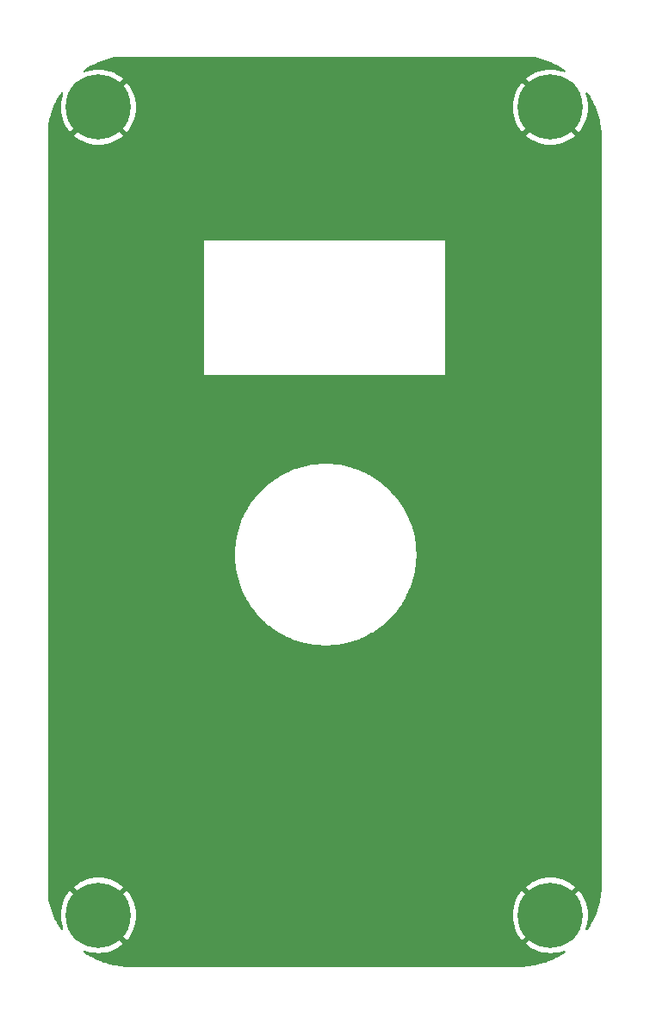
<source format=gtl>
G04 #@! TF.GenerationSoftware,KiCad,Pcbnew,7.0.5-unknown-202306101748~6fbdf8f0e2~ubuntu22.04.1*
G04 #@! TF.CreationDate,2023-07-16T12:35:09+01:00*
G04 #@! TF.ProjectId,front_panel,66726f6e-745f-4706-916e-656c2e6b6963,rev?*
G04 #@! TF.SameCoordinates,Original*
G04 #@! TF.FileFunction,Copper,L1,Top*
G04 #@! TF.FilePolarity,Positive*
%FSLAX46Y46*%
G04 Gerber Fmt 4.6, Leading zero omitted, Abs format (unit mm)*
G04 Created by KiCad (PCBNEW 7.0.5-unknown-202306101748~6fbdf8f0e2~ubuntu22.04.1) date 2023-07-16 12:35:09*
%MOMM*%
%LPD*%
G01*
G04 APERTURE LIST*
G04 #@! TA.AperFunction,ComponentPad*
%ADD10C,6.400000*%
G04 #@! TD*
G04 APERTURE END LIST*
D10*
X129417834Y-133227834D03*
X129417834Y-53852834D03*
X173867834Y-133227834D03*
X173867834Y-53852834D03*
G04 #@! TA.AperFunction,Conductor*
G36*
X172089740Y-48896802D02*
G01*
X172328806Y-48938022D01*
X172332322Y-48938736D01*
X172374078Y-48948472D01*
X172613601Y-49004321D01*
X172865676Y-49065751D01*
X172868942Y-49066644D01*
X173143853Y-49150038D01*
X173392759Y-49229038D01*
X173395803Y-49230092D01*
X173663886Y-49330992D01*
X173907751Y-49427162D01*
X173910574Y-49428357D01*
X174170892Y-49546306D01*
X174408362Y-49659241D01*
X174410899Y-49660522D01*
X174662634Y-49795077D01*
X174893463Y-49924866D01*
X175136795Y-50076180D01*
X175276159Y-50167589D01*
X175321418Y-50220814D01*
X175330717Y-50290062D01*
X175301102Y-50353345D01*
X175241974Y-50390570D01*
X175172108Y-50389920D01*
X175163712Y-50387037D01*
X175012776Y-50329098D01*
X175012772Y-50329097D01*
X174638164Y-50228721D01*
X174638157Y-50228720D01*
X174255121Y-50168053D01*
X173867835Y-50147756D01*
X173867833Y-50147756D01*
X173480546Y-50168053D01*
X173097510Y-50228720D01*
X173097503Y-50228721D01*
X172722897Y-50329096D01*
X172360839Y-50468078D01*
X172015290Y-50644144D01*
X171690040Y-50855365D01*
X171432482Y-51063929D01*
X171432482Y-51063930D01*
X172923653Y-52555100D01*
X172732964Y-52717964D01*
X172570101Y-52908652D01*
X171078930Y-51417482D01*
X171078929Y-51417482D01*
X170870365Y-51675040D01*
X170659144Y-52000290D01*
X170483078Y-52345839D01*
X170344096Y-52707897D01*
X170243721Y-53082503D01*
X170243720Y-53082510D01*
X170183053Y-53465546D01*
X170162756Y-53852833D01*
X170162756Y-53852834D01*
X170183053Y-54240121D01*
X170243720Y-54623157D01*
X170243721Y-54623164D01*
X170344096Y-54997770D01*
X170483078Y-55359828D01*
X170659144Y-55705377D01*
X170870365Y-56030627D01*
X171078929Y-56288184D01*
X171078930Y-56288184D01*
X172570100Y-54797014D01*
X172732964Y-54987704D01*
X172923653Y-55150567D01*
X171432482Y-56641737D01*
X171432483Y-56641738D01*
X171690040Y-56850302D01*
X172015290Y-57061523D01*
X172360839Y-57237589D01*
X172722897Y-57376571D01*
X173097503Y-57476946D01*
X173097510Y-57476947D01*
X173480546Y-57537614D01*
X173867833Y-57557912D01*
X173867835Y-57557912D01*
X174255121Y-57537614D01*
X174638157Y-57476947D01*
X174638164Y-57476946D01*
X175012770Y-57376571D01*
X175374828Y-57237589D01*
X175720377Y-57061523D01*
X176045617Y-56850310D01*
X176045619Y-56850309D01*
X176303183Y-56641736D01*
X174812014Y-55150567D01*
X175002704Y-54987704D01*
X175165567Y-54797014D01*
X176656736Y-56288183D01*
X176865309Y-56030619D01*
X176865310Y-56030617D01*
X177076523Y-55705377D01*
X177252589Y-55359828D01*
X177391571Y-54997770D01*
X177491946Y-54623164D01*
X177491947Y-54623157D01*
X177552614Y-54240121D01*
X177572912Y-53852834D01*
X177572912Y-53852833D01*
X177552614Y-53465546D01*
X177491947Y-53082510D01*
X177491946Y-53082503D01*
X177391571Y-52707897D01*
X177333614Y-52556915D01*
X177327966Y-52487274D01*
X177360866Y-52425635D01*
X177421867Y-52391567D01*
X177491603Y-52395888D01*
X177547933Y-52437225D01*
X177553064Y-52444469D01*
X177644494Y-52583864D01*
X177795818Y-52827211D01*
X177925609Y-53058043D01*
X178060142Y-53309735D01*
X178061454Y-53312333D01*
X178174377Y-53549771D01*
X178292330Y-53810097D01*
X178293534Y-53812941D01*
X178389718Y-54056845D01*
X178490583Y-54324832D01*
X178491652Y-54327916D01*
X178570655Y-54576828D01*
X178654039Y-54851699D01*
X178654946Y-54855018D01*
X178716370Y-55107065D01*
X178781959Y-55388361D01*
X178782678Y-55391905D01*
X178826242Y-55644560D01*
X178873757Y-55932345D01*
X178874260Y-55936105D01*
X178899774Y-56184269D01*
X178929030Y-56481304D01*
X178929293Y-56485264D01*
X178936602Y-56699138D01*
X178947334Y-57026888D01*
X178947334Y-130052834D01*
X178935842Y-130403811D01*
X178929312Y-130594904D01*
X178929049Y-130598865D01*
X178899011Y-130903858D01*
X178874318Y-131144042D01*
X178873815Y-131147802D01*
X178825489Y-131440503D01*
X178782775Y-131688233D01*
X178782056Y-131691777D01*
X178715625Y-131976690D01*
X178655094Y-132225076D01*
X178654187Y-132228395D01*
X178569904Y-132506240D01*
X178491845Y-132752178D01*
X178490776Y-132755262D01*
X178388976Y-133025738D01*
X178293776Y-133267146D01*
X178292572Y-133269989D01*
X178173646Y-133532464D01*
X178061766Y-133767711D01*
X178060455Y-133770309D01*
X177924868Y-134023977D01*
X177796193Y-134252823D01*
X177643765Y-134497945D01*
X177553036Y-134636273D01*
X177499808Y-134681534D01*
X177430560Y-134690833D01*
X177367277Y-134661218D01*
X177330052Y-134602090D01*
X177330702Y-134532224D01*
X177333585Y-134523827D01*
X177391571Y-134372770D01*
X177491946Y-133998164D01*
X177491947Y-133998157D01*
X177552614Y-133615121D01*
X177572912Y-133227834D01*
X177572912Y-133227833D01*
X177552614Y-132840546D01*
X177491947Y-132457510D01*
X177491946Y-132457503D01*
X177391571Y-132082897D01*
X177252589Y-131720839D01*
X177076523Y-131375290D01*
X176865302Y-131050040D01*
X176656738Y-130792483D01*
X176656737Y-130792482D01*
X175165567Y-132283652D01*
X175002704Y-132092964D01*
X174812014Y-131930100D01*
X176303184Y-130438930D01*
X176303184Y-130438929D01*
X176045627Y-130230365D01*
X175720377Y-130019144D01*
X175374828Y-129843078D01*
X175012770Y-129704096D01*
X174638164Y-129603721D01*
X174638157Y-129603720D01*
X174255121Y-129543053D01*
X173867835Y-129522756D01*
X173867833Y-129522756D01*
X173480546Y-129543053D01*
X173097510Y-129603720D01*
X173097503Y-129603721D01*
X172722897Y-129704096D01*
X172360839Y-129843078D01*
X172015290Y-130019144D01*
X171690040Y-130230365D01*
X171432482Y-130438929D01*
X171432482Y-130438930D01*
X172923653Y-131930100D01*
X172732964Y-132092964D01*
X172570100Y-132283652D01*
X171078930Y-130792482D01*
X171078929Y-130792482D01*
X170870365Y-131050040D01*
X170659144Y-131375290D01*
X170483078Y-131720839D01*
X170344096Y-132082897D01*
X170243721Y-132457503D01*
X170243720Y-132457510D01*
X170183053Y-132840546D01*
X170162756Y-133227833D01*
X170162756Y-133227834D01*
X170183053Y-133615121D01*
X170243720Y-133998157D01*
X170243721Y-133998164D01*
X170344096Y-134372770D01*
X170483078Y-134734828D01*
X170659144Y-135080377D01*
X170870365Y-135405627D01*
X171078929Y-135663184D01*
X171078930Y-135663184D01*
X172570100Y-134172014D01*
X172732964Y-134362704D01*
X172923653Y-134525567D01*
X171432482Y-136016737D01*
X171432483Y-136016738D01*
X171690040Y-136225302D01*
X172015290Y-136436523D01*
X172360839Y-136612589D01*
X172722897Y-136751571D01*
X173097503Y-136851946D01*
X173097510Y-136851947D01*
X173480546Y-136912614D01*
X173867833Y-136932912D01*
X173867835Y-136932912D01*
X174255121Y-136912614D01*
X174638157Y-136851947D01*
X174638164Y-136851946D01*
X175012770Y-136751571D01*
X175163827Y-136693585D01*
X175233468Y-136687937D01*
X175295107Y-136720836D01*
X175329175Y-136781838D01*
X175324854Y-136851574D01*
X175283518Y-136907904D01*
X175276273Y-136913036D01*
X175137945Y-137003765D01*
X174892823Y-137156193D01*
X174777059Y-137221284D01*
X174663962Y-137284875D01*
X174410309Y-137420455D01*
X174407711Y-137421766D01*
X174172464Y-137533646D01*
X173909989Y-137652572D01*
X173907146Y-137653776D01*
X173665738Y-137748976D01*
X173395262Y-137850776D01*
X173392178Y-137851845D01*
X173146240Y-137929904D01*
X172868395Y-138014187D01*
X172865076Y-138015094D01*
X172616690Y-138075625D01*
X172331777Y-138142056D01*
X172328233Y-138142775D01*
X172080503Y-138185489D01*
X171787802Y-138233815D01*
X171784042Y-138234318D01*
X171543858Y-138259011D01*
X171238865Y-138289049D01*
X171234904Y-138289312D01*
X171043811Y-138295842D01*
X170692834Y-138307334D01*
X132592834Y-138307334D01*
X132227346Y-138295370D01*
X132051245Y-138289365D01*
X132047281Y-138289103D01*
X131734350Y-138258283D01*
X131502134Y-138234410D01*
X131498375Y-138233907D01*
X131200774Y-138184775D01*
X130957952Y-138142908D01*
X130954407Y-138142189D01*
X130665822Y-138074902D01*
X130493090Y-138032809D01*
X130421147Y-138015277D01*
X130417833Y-138014372D01*
X130136995Y-137929181D01*
X130042810Y-137899289D01*
X129894061Y-137852078D01*
X129890993Y-137851015D01*
X129617997Y-137748267D01*
X129379102Y-137654059D01*
X129376259Y-137652855D01*
X129111622Y-137532950D01*
X128878537Y-137422100D01*
X128875955Y-137420797D01*
X128670183Y-137310810D01*
X128620367Y-137284183D01*
X128393452Y-137156595D01*
X128146598Y-137003091D01*
X128009161Y-136912947D01*
X127963900Y-136859719D01*
X127954601Y-136790471D01*
X127984216Y-136727188D01*
X128043343Y-136689963D01*
X128113210Y-136690613D01*
X128121607Y-136693496D01*
X128272897Y-136751571D01*
X128647503Y-136851946D01*
X128647510Y-136851947D01*
X129030546Y-136912614D01*
X129417833Y-136932912D01*
X129417835Y-136932912D01*
X129805121Y-136912614D01*
X130188157Y-136851947D01*
X130188164Y-136851946D01*
X130562770Y-136751571D01*
X130924828Y-136612589D01*
X131270377Y-136436523D01*
X131595617Y-136225310D01*
X131595619Y-136225309D01*
X131853183Y-136016736D01*
X130362014Y-134525567D01*
X130552704Y-134362704D01*
X130715567Y-134172014D01*
X132206736Y-135663183D01*
X132415309Y-135405619D01*
X132415310Y-135405617D01*
X132626523Y-135080377D01*
X132802589Y-134734828D01*
X132941571Y-134372770D01*
X133041946Y-133998164D01*
X133041947Y-133998157D01*
X133102614Y-133615121D01*
X133122912Y-133227834D01*
X133122912Y-133227833D01*
X133102614Y-132840546D01*
X133041947Y-132457510D01*
X133041946Y-132457503D01*
X132941571Y-132082897D01*
X132802589Y-131720839D01*
X132626523Y-131375290D01*
X132415302Y-131050040D01*
X132206738Y-130792483D01*
X132206737Y-130792482D01*
X130715566Y-132283652D01*
X130552704Y-132092964D01*
X130362014Y-131930100D01*
X131853184Y-130438930D01*
X131853184Y-130438929D01*
X131595627Y-130230365D01*
X131270377Y-130019144D01*
X130924828Y-129843078D01*
X130562770Y-129704096D01*
X130188164Y-129603721D01*
X130188157Y-129603720D01*
X129805121Y-129543053D01*
X129417835Y-129522756D01*
X129417833Y-129522756D01*
X129030546Y-129543053D01*
X128647510Y-129603720D01*
X128647503Y-129603721D01*
X128272897Y-129704096D01*
X127910839Y-129843078D01*
X127565290Y-130019144D01*
X127240040Y-130230365D01*
X126982482Y-130438929D01*
X126982482Y-130438930D01*
X128473653Y-131930100D01*
X128282964Y-132092964D01*
X128120100Y-132283653D01*
X126628930Y-130792482D01*
X126628929Y-130792482D01*
X126420365Y-131050040D01*
X126209144Y-131375290D01*
X126033078Y-131720839D01*
X125894096Y-132082897D01*
X125793721Y-132457503D01*
X125793720Y-132457510D01*
X125733053Y-132840546D01*
X125712756Y-133227833D01*
X125712756Y-133227834D01*
X125733053Y-133615121D01*
X125793720Y-133998157D01*
X125793721Y-133998164D01*
X125894096Y-134372770D01*
X125952156Y-134524019D01*
X125957804Y-134593660D01*
X125924904Y-134655299D01*
X125863903Y-134689367D01*
X125794167Y-134685046D01*
X125737837Y-134643709D01*
X125732705Y-134636465D01*
X125642573Y-134499047D01*
X125489099Y-134252238D01*
X125361494Y-134025291D01*
X125314700Y-133937745D01*
X125224877Y-133769697D01*
X125223577Y-133767119D01*
X125112745Y-133534070D01*
X124992813Y-133269371D01*
X124991629Y-133266571D01*
X124897427Y-133027688D01*
X124872852Y-132962394D01*
X124794662Y-132754645D01*
X124793621Y-132751643D01*
X124716501Y-132508651D01*
X124631325Y-132227856D01*
X124630418Y-132224537D01*
X124570792Y-131979856D01*
X124558809Y-131928463D01*
X124503487Y-131691194D01*
X124502789Y-131687749D01*
X124461803Y-131450018D01*
X124460000Y-131428951D01*
X124460000Y-97790000D01*
X142846870Y-97790000D01*
X142854839Y-98028355D01*
X142854839Y-98087906D01*
X142858816Y-98147310D01*
X142866784Y-98385663D01*
X142866784Y-98385662D01*
X142890654Y-98622933D01*
X142894632Y-98682363D01*
X142894632Y-98682364D01*
X142902572Y-98741403D01*
X142926225Y-98976521D01*
X142926442Y-98978670D01*
X142965950Y-99212894D01*
X142966109Y-99213833D01*
X142974046Y-99272849D01*
X142974047Y-99272852D01*
X142985906Y-99331201D01*
X143005930Y-99449914D01*
X143025573Y-99566362D01*
X143025576Y-99566376D01*
X143080854Y-99798333D01*
X143092721Y-99856715D01*
X143108458Y-99914164D01*
X143163738Y-100146128D01*
X143234394Y-100373900D01*
X143250127Y-100431335D01*
X143269661Y-100487592D01*
X143340315Y-100715361D01*
X143426023Y-100937895D01*
X143445567Y-100994180D01*
X143445568Y-100994180D01*
X143468821Y-101049018D01*
X143554525Y-101271543D01*
X143554525Y-101271544D01*
X143654908Y-101487864D01*
X143678160Y-101542697D01*
X143705013Y-101595836D01*
X143730253Y-101650228D01*
X143805402Y-101812170D01*
X143805402Y-101812169D01*
X143920007Y-102021297D01*
X143935047Y-102051060D01*
X143946863Y-102074443D01*
X143946872Y-102074459D01*
X143977223Y-102125702D01*
X144090157Y-102331780D01*
X144091828Y-102334828D01*
X144220132Y-102535816D01*
X144246892Y-102580994D01*
X144250497Y-102587080D01*
X144266871Y-102610932D01*
X144284214Y-102636198D01*
X144410362Y-102833805D01*
X144412523Y-102837190D01*
X144553992Y-103029194D01*
X144587688Y-103078280D01*
X144587687Y-103078279D01*
X144624591Y-103125011D01*
X144766057Y-103317010D01*
X144920018Y-103499116D01*
X144956934Y-103545863D01*
X144996889Y-103590039D01*
X145150852Y-103772147D01*
X145316623Y-103943553D01*
X145356586Y-103987738D01*
X145356587Y-103987739D01*
X145399411Y-104029155D01*
X145565183Y-104200562D01*
X145565184Y-104200563D01*
X145742045Y-104360525D01*
X145784858Y-104401930D01*
X145830340Y-104440383D01*
X146007207Y-104600350D01*
X146194358Y-104748141D01*
X146239843Y-104786596D01*
X146239844Y-104786596D01*
X146239844Y-104786597D01*
X146287789Y-104821923D01*
X146474939Y-104969714D01*
X146671534Y-105104669D01*
X146719502Y-105140012D01*
X146769711Y-105172064D01*
X146966312Y-105307023D01*
X146966316Y-105307025D01*
X146966317Y-105307026D01*
X146966318Y-105307027D01*
X147051701Y-105357598D01*
X147171482Y-105428545D01*
X147221696Y-105460601D01*
X147273943Y-105489233D01*
X147353371Y-105536278D01*
X147479108Y-105610753D01*
X147691955Y-105718309D01*
X147744182Y-105746930D01*
X147798181Y-105771987D01*
X148011049Y-105879555D01*
X148230609Y-105972656D01*
X148284625Y-105997723D01*
X148284636Y-105997728D01*
X148317987Y-106010572D01*
X148340198Y-106019126D01*
X148559755Y-106112226D01*
X148785031Y-106190450D01*
X148819538Y-106203740D01*
X148840610Y-106211857D01*
X148840610Y-106211856D01*
X148840612Y-106211857D01*
X148897495Y-106229502D01*
X149033635Y-106276775D01*
X149122774Y-106307728D01*
X149122775Y-106307728D01*
X149352760Y-106370727D01*
X149409655Y-106388376D01*
X149409656Y-106388377D01*
X149419879Y-106390813D01*
X149467590Y-106402182D01*
X149649894Y-106452120D01*
X149697600Y-106465189D01*
X149697599Y-106465189D01*
X149794201Y-106484823D01*
X149931292Y-106512688D01*
X149989229Y-106526496D01*
X150047957Y-106536401D01*
X150281648Y-106583902D01*
X150281650Y-106583902D01*
X150281653Y-106583903D01*
X150518001Y-106615688D01*
X150576728Y-106625595D01*
X150635987Y-106631556D01*
X150872334Y-106663342D01*
X151110303Y-106679272D01*
X151125796Y-106680830D01*
X151169536Y-106685232D01*
X151206329Y-106686461D01*
X151229037Y-106687220D01*
X151467001Y-106703150D01*
X151467008Y-106703150D01*
X151705480Y-106703150D01*
X151765000Y-106705140D01*
X151824520Y-106703150D01*
X152062992Y-106703150D01*
X152062999Y-106703150D01*
X152300965Y-106687220D01*
X152324467Y-106686434D01*
X152360464Y-106685232D01*
X152400482Y-106681205D01*
X152419699Y-106679271D01*
X152657666Y-106663342D01*
X152894027Y-106631554D01*
X152953272Y-106625595D01*
X153011974Y-106615692D01*
X153248347Y-106583903D01*
X153248349Y-106583902D01*
X153248352Y-106583902D01*
X153482048Y-106536400D01*
X153540771Y-106526496D01*
X153598700Y-106512690D01*
X153745014Y-106482950D01*
X153832401Y-106465189D01*
X153832400Y-106465189D01*
X153876252Y-106453176D01*
X154062406Y-106402183D01*
X154111960Y-106390374D01*
X154120344Y-106388377D01*
X154120345Y-106388377D01*
X154158588Y-106376512D01*
X154177211Y-106370734D01*
X154369171Y-106318151D01*
X154407225Y-106307728D01*
X154448825Y-106293282D01*
X154632507Y-106229501D01*
X154689388Y-106211857D01*
X154689390Y-106211856D01*
X154689390Y-106211857D01*
X154710461Y-106203740D01*
X154744958Y-106190454D01*
X154970245Y-106112226D01*
X155189807Y-106019123D01*
X155245375Y-105997723D01*
X155299379Y-105972661D01*
X155518951Y-105879555D01*
X155731819Y-105771987D01*
X155785818Y-105746930D01*
X155838005Y-105718329D01*
X156009916Y-105631458D01*
X156050892Y-105610753D01*
X156093511Y-105585508D01*
X156256083Y-105489217D01*
X156308304Y-105460601D01*
X156358510Y-105428550D01*
X156563688Y-105307023D01*
X156760300Y-105172056D01*
X156810498Y-105140012D01*
X156858448Y-105104681D01*
X157055051Y-104969721D01*
X157055052Y-104969721D01*
X157111711Y-104924977D01*
X157242215Y-104821919D01*
X157264295Y-104805651D01*
X157290154Y-104786599D01*
X157290154Y-104786598D01*
X157290157Y-104786596D01*
X157335617Y-104748160D01*
X157522793Y-104600350D01*
X157527843Y-104595783D01*
X157548673Y-104576942D01*
X157699687Y-104440358D01*
X157745140Y-104401932D01*
X157787925Y-104360551D01*
X157964816Y-104200563D01*
X158130596Y-104029147D01*
X158173414Y-103987738D01*
X158213369Y-103943561D01*
X158379150Y-103772145D01*
X158533121Y-103590027D01*
X158573066Y-103545863D01*
X158573069Y-103545860D01*
X158583297Y-103532906D01*
X158609965Y-103499134D01*
X158763943Y-103317010D01*
X158905418Y-103124997D01*
X158942312Y-103078280D01*
X158942313Y-103078279D01*
X158942316Y-103078275D01*
X158949099Y-103068391D01*
X158975995Y-103029209D01*
X159117477Y-102837190D01*
X159117480Y-102837186D01*
X159117480Y-102837187D01*
X159245785Y-102636198D01*
X159279502Y-102587082D01*
X159279502Y-102587081D01*
X159279503Y-102587080D01*
X159309853Y-102535836D01*
X159438168Y-102334835D01*
X159438169Y-102334835D01*
X159552776Y-102125703D01*
X159552777Y-102125702D01*
X159583131Y-102074454D01*
X159609992Y-102021297D01*
X159724599Y-101812167D01*
X159824990Y-101595828D01*
X159851842Y-101542692D01*
X159851843Y-101542690D01*
X159875092Y-101487863D01*
X159975475Y-101271543D01*
X159993617Y-101224437D01*
X160061185Y-101049000D01*
X160084436Y-100994171D01*
X160084436Y-100994169D01*
X160084441Y-100994159D01*
X160084440Y-100994160D01*
X160103965Y-100937925D01*
X160189682Y-100715368D01*
X160260341Y-100487583D01*
X160267102Y-100468111D01*
X160279871Y-100431344D01*
X160286111Y-100408561D01*
X160295606Y-100373900D01*
X160366261Y-100146129D01*
X160366262Y-100146127D01*
X160366262Y-100146128D01*
X160421541Y-99914164D01*
X160437281Y-99856707D01*
X160437281Y-99856708D01*
X160449145Y-99798335D01*
X160504427Y-99566362D01*
X160544093Y-99331202D01*
X160544094Y-99331201D01*
X160544094Y-99331192D01*
X160555954Y-99272849D01*
X160563886Y-99213859D01*
X160603558Y-98978670D01*
X160627428Y-98741392D01*
X160635367Y-98682366D01*
X160635367Y-98682363D01*
X160639343Y-98622953D01*
X160654001Y-98477246D01*
X160663216Y-98385663D01*
X160665747Y-98309930D01*
X160671184Y-98147309D01*
X160675161Y-98087899D01*
X160675162Y-98087888D01*
X160675824Y-98008517D01*
X160683130Y-97790000D01*
X160675824Y-97571482D01*
X160675162Y-97492112D01*
X160674683Y-97484968D01*
X160671184Y-97432689D01*
X160665747Y-97270069D01*
X160663216Y-97194337D01*
X160639345Y-96957066D01*
X160635367Y-96897634D01*
X160635367Y-96897633D01*
X160627427Y-96838596D01*
X160603559Y-96601338D01*
X160603559Y-96601337D01*
X160603558Y-96601330D01*
X160563889Y-96366157D01*
X160555954Y-96307151D01*
X160544093Y-96248797D01*
X160504426Y-96013633D01*
X160449145Y-95781665D01*
X160437277Y-95723278D01*
X160421541Y-95665835D01*
X160366262Y-95433872D01*
X160366262Y-95433873D01*
X160338727Y-95345111D01*
X160295606Y-95206099D01*
X160279872Y-95148662D01*
X160260336Y-95092400D01*
X160189683Y-94864635D01*
X160189682Y-94864632D01*
X160103967Y-94642081D01*
X160091006Y-94604751D01*
X160084436Y-94585827D01*
X160084436Y-94585828D01*
X160084435Y-94585827D01*
X160076124Y-94566229D01*
X160061181Y-94530988D01*
X159975477Y-94308462D01*
X159975475Y-94308457D01*
X159945255Y-94243337D01*
X159875086Y-94092126D01*
X159851842Y-94037308D01*
X159851837Y-94037298D01*
X159824984Y-93984159D01*
X159724599Y-93767833D01*
X159609992Y-93558702D01*
X159583131Y-93505545D01*
X159552776Y-93454297D01*
X159438173Y-93245173D01*
X159309865Y-93044182D01*
X159279507Y-92992926D01*
X159279503Y-92992920D01*
X159245781Y-92943796D01*
X159182983Y-92845424D01*
X159117480Y-92742813D01*
X159117480Y-92742814D01*
X159107082Y-92728702D01*
X158976010Y-92550810D01*
X158960033Y-92527535D01*
X158942314Y-92501722D01*
X158905408Y-92454988D01*
X158763943Y-92262990D01*
X158609974Y-92080875D01*
X158573066Y-92034137D01*
X158533105Y-91989954D01*
X158379148Y-91807853D01*
X158213376Y-91636446D01*
X158173414Y-91592262D01*
X158173413Y-91592261D01*
X158130588Y-91550844D01*
X157964817Y-91379438D01*
X157964816Y-91379437D01*
X157787954Y-91219474D01*
X157745142Y-91178070D01*
X157745141Y-91178069D01*
X157699659Y-91139615D01*
X157527842Y-90984217D01*
X157522793Y-90979650D01*
X157335627Y-90831847D01*
X157290157Y-90793404D01*
X157290156Y-90793403D01*
X157242210Y-90758076D01*
X157055061Y-90610286D01*
X157055052Y-90610280D01*
X156858459Y-90475326D01*
X156810494Y-90439985D01*
X156810495Y-90439985D01*
X156772997Y-90416048D01*
X156760273Y-90407925D01*
X156563676Y-90272969D01*
X156358522Y-90151457D01*
X156357665Y-90150910D01*
X156308304Y-90119399D01*
X156256056Y-90090766D01*
X156050885Y-89969243D01*
X156050885Y-89969244D01*
X155838034Y-89861685D01*
X155785820Y-89833071D01*
X155731805Y-89808005D01*
X155518949Y-89700444D01*
X155299404Y-89607349D01*
X155245377Y-89582277D01*
X155245376Y-89582277D01*
X155189788Y-89560868D01*
X154983404Y-89473354D01*
X154970245Y-89467774D01*
X154744974Y-89389551D01*
X154689388Y-89368143D01*
X154689378Y-89368140D01*
X154632496Y-89350495D01*
X154407226Y-89272272D01*
X154407225Y-89272272D01*
X154177240Y-89209272D01*
X154120337Y-89191621D01*
X154086425Y-89183539D01*
X154062385Y-89177810D01*
X153961270Y-89150112D01*
X153832415Y-89114815D01*
X153832407Y-89114813D01*
X153832402Y-89114812D01*
X153598715Y-89067312D01*
X153540771Y-89053504D01*
X153514919Y-89049143D01*
X153482035Y-89043596D01*
X153248352Y-88996098D01*
X153248351Y-88996097D01*
X153248347Y-88996097D01*
X153126669Y-88979733D01*
X153012007Y-88964312D01*
X152953272Y-88954405D01*
X152953269Y-88954404D01*
X152953265Y-88954404D01*
X152953264Y-88954404D01*
X152894011Y-88948443D01*
X152701908Y-88922608D01*
X152657666Y-88916658D01*
X152615847Y-88913858D01*
X152419707Y-88900728D01*
X152360477Y-88894770D01*
X152360475Y-88894769D01*
X152360466Y-88894769D01*
X152323686Y-88893539D01*
X152300958Y-88892779D01*
X152063005Y-88876850D01*
X152062999Y-88876850D01*
X151824520Y-88876850D01*
X151765000Y-88874860D01*
X151705480Y-88876850D01*
X151466995Y-88876850D01*
X151229041Y-88892779D01*
X151205148Y-88893578D01*
X151169534Y-88894769D01*
X151169524Y-88894769D01*
X151169523Y-88894770D01*
X151110292Y-88900728D01*
X150910774Y-88914084D01*
X150872334Y-88916658D01*
X150828092Y-88922608D01*
X150635988Y-88948443D01*
X150576736Y-88954404D01*
X150576735Y-88954404D01*
X150576730Y-88954404D01*
X150576728Y-88954405D01*
X150517992Y-88964312D01*
X150382096Y-88982588D01*
X150281653Y-88996097D01*
X150281648Y-88996098D01*
X150281647Y-88996098D01*
X150047964Y-89043596D01*
X150010552Y-89049907D01*
X149989229Y-89053504D01*
X149942857Y-89064554D01*
X149931283Y-89067313D01*
X149848922Y-89084053D01*
X149697598Y-89114812D01*
X149697592Y-89114813D01*
X149697585Y-89114815D01*
X149467614Y-89177811D01*
X149409663Y-89191621D01*
X149352760Y-89209272D01*
X149122779Y-89272271D01*
X148897503Y-89350495D01*
X148840619Y-89368140D01*
X148785027Y-89389551D01*
X148716349Y-89413398D01*
X148559755Y-89467774D01*
X148559750Y-89467776D01*
X148559751Y-89467775D01*
X148340211Y-89560868D01*
X148313563Y-89571131D01*
X148284625Y-89582277D01*
X148284618Y-89582280D01*
X148284616Y-89582281D01*
X148230595Y-89607349D01*
X148011051Y-89700444D01*
X147798194Y-89808005D01*
X147749284Y-89830701D01*
X147744182Y-89833070D01*
X147744180Y-89833071D01*
X147744179Y-89833071D01*
X147691960Y-89861688D01*
X147499553Y-89958915D01*
X147479109Y-89969247D01*
X147376071Y-90030276D01*
X147273942Y-90090767D01*
X147221701Y-90119396D01*
X147221696Y-90119399D01*
X147210180Y-90126750D01*
X147171477Y-90151457D01*
X146966313Y-90272976D01*
X146966314Y-90272975D01*
X146769718Y-90407931D01*
X146719502Y-90439988D01*
X146671539Y-90475326D01*
X146474946Y-90610281D01*
X146474947Y-90610280D01*
X146287789Y-90758076D01*
X146239849Y-90793399D01*
X146194367Y-90831851D01*
X146103740Y-90903418D01*
X146007207Y-90979650D01*
X146002158Y-90984217D01*
X145830340Y-91139616D01*
X145801495Y-91164003D01*
X145784860Y-91178068D01*
X145784857Y-91178071D01*
X145742045Y-91219474D01*
X145565191Y-91379430D01*
X145565185Y-91379435D01*
X145565184Y-91379437D01*
X145531683Y-91414076D01*
X145399411Y-91550844D01*
X145356587Y-91592261D01*
X145316623Y-91636446D01*
X145150852Y-91807853D01*
X144996889Y-91989960D01*
X144956934Y-92034137D01*
X144920019Y-92080881D01*
X144778891Y-92247809D01*
X144766057Y-92262990D01*
X144731798Y-92309485D01*
X144624591Y-92454988D01*
X144587688Y-92501720D01*
X144587687Y-92501722D01*
X144553987Y-92550813D01*
X144412520Y-92742813D01*
X144412520Y-92742814D01*
X144284214Y-92943802D01*
X144250503Y-92992911D01*
X144250497Y-92992920D01*
X144238050Y-93013933D01*
X144220133Y-93044183D01*
X144091824Y-93245178D01*
X143977223Y-93454297D01*
X143946869Y-93505546D01*
X143920007Y-93558702D01*
X143805402Y-93767831D01*
X143805402Y-93767830D01*
X143705015Y-93984160D01*
X143678157Y-94037309D01*
X143678158Y-94037308D01*
X143654908Y-94092135D01*
X143554523Y-94308462D01*
X143554523Y-94308461D01*
X143468821Y-94530981D01*
X143468821Y-94530982D01*
X143445565Y-94585828D01*
X143426023Y-94642104D01*
X143340315Y-94864639D01*
X143269661Y-95092406D01*
X143255549Y-95133047D01*
X143250129Y-95148661D01*
X143250126Y-95148669D01*
X143250126Y-95148670D01*
X143234394Y-95206099D01*
X143163738Y-95433872D01*
X143108458Y-95665835D01*
X143092721Y-95723285D01*
X143080854Y-95781665D01*
X143025576Y-96013624D01*
X143025574Y-96013633D01*
X143025373Y-96014825D01*
X142985906Y-96248797D01*
X142977645Y-96289441D01*
X142974046Y-96307151D01*
X142967570Y-96355297D01*
X142966109Y-96366166D01*
X142926442Y-96601330D01*
X142926441Y-96601338D01*
X142926441Y-96601340D01*
X142902572Y-96838596D01*
X142894632Y-96897636D01*
X142894632Y-96897637D01*
X142890654Y-96957066D01*
X142866784Y-97194338D01*
X142866784Y-97194337D01*
X142858816Y-97432689D01*
X142854839Y-97492094D01*
X142854839Y-97551644D01*
X142846870Y-97790000D01*
X124460000Y-97790000D01*
X124460000Y-80153723D01*
X139807250Y-80153723D01*
X139807293Y-80177835D01*
X139807334Y-80177933D01*
X139807450Y-80178216D01*
X139807452Y-80178218D01*
X139807642Y-80178296D01*
X139807834Y-80178375D01*
X139807836Y-80178373D01*
X139832450Y-80178358D01*
X139832450Y-80178362D01*
X139832594Y-80178334D01*
X163483074Y-80178334D01*
X163483217Y-80178362D01*
X163483218Y-80178358D01*
X163507831Y-80178373D01*
X163507834Y-80178375D01*
X163508217Y-80178217D01*
X163508334Y-80177933D01*
X163508375Y-80177834D01*
X163508374Y-80177831D01*
X163508417Y-80153723D01*
X163508334Y-80153301D01*
X163508334Y-67002593D01*
X163508362Y-67002450D01*
X163508358Y-67002450D01*
X163508373Y-66977836D01*
X163508375Y-66977834D01*
X163508296Y-66977642D01*
X163508218Y-66977452D01*
X163508216Y-66977450D01*
X163507933Y-66977334D01*
X163507834Y-66977293D01*
X163483280Y-66977293D01*
X163483074Y-66977334D01*
X139832594Y-66977334D01*
X139832388Y-66977293D01*
X139807834Y-66977293D01*
X139807735Y-66977334D01*
X139807451Y-66977450D01*
X139807449Y-66977452D01*
X139807293Y-66977833D01*
X139807310Y-67002450D01*
X139807305Y-67002450D01*
X139807334Y-67002593D01*
X139807334Y-80153301D01*
X139807250Y-80153723D01*
X124460000Y-80153723D01*
X124460000Y-56515000D01*
X124460000Y-56184269D01*
X124460000Y-55651776D01*
X124461802Y-55630719D01*
X124502893Y-55392396D01*
X124503606Y-55388885D01*
X124528329Y-55282853D01*
X124570058Y-55103889D01*
X124630570Y-54855576D01*
X124631471Y-54852282D01*
X124698867Y-54630107D01*
X124715773Y-54574376D01*
X124793835Y-54328423D01*
X124794853Y-54325484D01*
X124896708Y-54054862D01*
X124991884Y-53813514D01*
X124993079Y-53810693D01*
X125112036Y-53548149D01*
X125223904Y-53312925D01*
X125225190Y-53310377D01*
X125360801Y-53056667D01*
X125489466Y-52827838D01*
X125641896Y-52582709D01*
X125732654Y-52444340D01*
X125785879Y-52399081D01*
X125855127Y-52389782D01*
X125918409Y-52419397D01*
X125955635Y-52478524D01*
X125954985Y-52548391D01*
X125952102Y-52556788D01*
X125894096Y-52707897D01*
X125793721Y-53082503D01*
X125793720Y-53082510D01*
X125733053Y-53465546D01*
X125712756Y-53852833D01*
X125712756Y-53852834D01*
X125733053Y-54240121D01*
X125793720Y-54623157D01*
X125793721Y-54623164D01*
X125894096Y-54997770D01*
X126033078Y-55359828D01*
X126209144Y-55705377D01*
X126420365Y-56030627D01*
X126628929Y-56288184D01*
X126628930Y-56288184D01*
X128120100Y-54797013D01*
X128282964Y-54987704D01*
X128473653Y-55150567D01*
X126982482Y-56641737D01*
X126982483Y-56641738D01*
X127240040Y-56850302D01*
X127565290Y-57061523D01*
X127910839Y-57237589D01*
X128272897Y-57376571D01*
X128647503Y-57476946D01*
X128647510Y-57476947D01*
X129030546Y-57537614D01*
X129417833Y-57557912D01*
X129417835Y-57557912D01*
X129805121Y-57537614D01*
X130188157Y-57476947D01*
X130188164Y-57476946D01*
X130562770Y-57376571D01*
X130924828Y-57237589D01*
X131270377Y-57061523D01*
X131595617Y-56850310D01*
X131595619Y-56850309D01*
X131853183Y-56641736D01*
X130362014Y-55150567D01*
X130552704Y-54987704D01*
X130715567Y-54797014D01*
X132206736Y-56288183D01*
X132415309Y-56030619D01*
X132415310Y-56030617D01*
X132626523Y-55705377D01*
X132802589Y-55359828D01*
X132941571Y-54997770D01*
X133041946Y-54623164D01*
X133041947Y-54623157D01*
X133102614Y-54240121D01*
X133122912Y-53852834D01*
X133122912Y-53852833D01*
X133102614Y-53465546D01*
X133041947Y-53082510D01*
X133041946Y-53082503D01*
X132941571Y-52707897D01*
X132802589Y-52345839D01*
X132626523Y-52000290D01*
X132415302Y-51675040D01*
X132206738Y-51417483D01*
X132206737Y-51417482D01*
X130715566Y-52908652D01*
X130552704Y-52717964D01*
X130362013Y-52555100D01*
X131853184Y-51063930D01*
X131853184Y-51063929D01*
X131595627Y-50855365D01*
X131270377Y-50644144D01*
X130924828Y-50468078D01*
X130562770Y-50329096D01*
X130188164Y-50228721D01*
X130188157Y-50228720D01*
X129805121Y-50168053D01*
X129417835Y-50147756D01*
X129417833Y-50147756D01*
X129030546Y-50168053D01*
X128647510Y-50228720D01*
X128647503Y-50228721D01*
X128272897Y-50329096D01*
X128121788Y-50387102D01*
X128052147Y-50392750D01*
X127990507Y-50359850D01*
X127956440Y-50298848D01*
X127960761Y-50229112D01*
X128002098Y-50172783D01*
X128009315Y-50167670D01*
X128147709Y-50076896D01*
X128392824Y-49924474D01*
X128621667Y-49795801D01*
X128875377Y-49660190D01*
X128877925Y-49658904D01*
X129113109Y-49547054D01*
X129375692Y-49428079D01*
X129378514Y-49426885D01*
X129378885Y-49426738D01*
X129619862Y-49331708D01*
X129890484Y-49229853D01*
X129893423Y-49228835D01*
X130139376Y-49150773D01*
X130417290Y-49066468D01*
X130420576Y-49065570D01*
X130668889Y-49005058D01*
X130953886Y-48938605D01*
X130957395Y-48937893D01*
X131195720Y-48896802D01*
X131216782Y-48895000D01*
X172068672Y-48895000D01*
X172089740Y-48896802D01*
G37*
G04 #@! TD.AperFunction*
M02*

</source>
